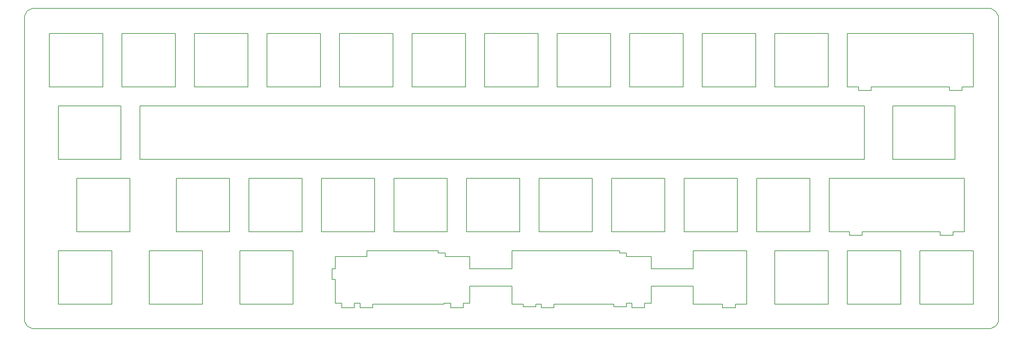
<source format=gbr>
G04 #@! TF.GenerationSoftware,KiCad,Pcbnew,(5.0.2)-1*
G04 #@! TF.CreationDate,2019-05-14T23:01:39-04:00*
G04 #@! TF.ProjectId,switch_plate,73776974-6368-45f7-906c-6174652e6b69,rev?*
G04 #@! TF.SameCoordinates,Original*
G04 #@! TF.FileFunction,Profile,NP*
%FSLAX46Y46*%
G04 Gerber Fmt 4.6, Leading zero omitted, Abs format (unit mm)*
G04 Created by KiCad (PCBNEW (5.0.2)-1) date 5/14/2019 11:01:39 PM*
%MOMM*%
%LPD*%
G01*
G04 APERTURE LIST*
%ADD10C,0.200000*%
%ADD11C,0.150000*%
G04 APERTURE END LIST*
D10*
X175133000Y-80822800D02*
X175133000Y-81762600D01*
X173329600Y-80822800D02*
X175133000Y-80822800D01*
X175133000Y-95034100D02*
X175133000Y-94068900D01*
X171831000Y-95034100D02*
X175133000Y-95034100D01*
X171831000Y-94310200D02*
X171831000Y-95034100D01*
X151333200Y-94297500D02*
X152768300Y-94297500D01*
X151333200Y-95034100D02*
X151333200Y-94297500D01*
X148031200Y-95034100D02*
X151333200Y-95034100D01*
X148031200Y-94297500D02*
X148031200Y-95034100D01*
X127215900Y-94068900D02*
X127215900Y-94297500D01*
X127508000Y-80822800D02*
X127508000Y-81762600D01*
X125704600Y-80822800D02*
X127508000Y-80822800D01*
X118833900Y-37147500D02*
X118833900Y-23139400D01*
X132842000Y-37147500D02*
X118833900Y-37147500D01*
X49784000Y-80289400D02*
X63792100Y-80289400D01*
X73583800Y-80289400D02*
X87604600Y-80289400D01*
X25971500Y-80289400D02*
X39979600Y-80289400D01*
X192659000Y-94297500D02*
X200380600Y-94297500D01*
X145034000Y-84988400D02*
X133972300Y-84988400D01*
X181597300Y-81762600D02*
X175133000Y-81762600D01*
X133972300Y-84988400D02*
X133972300Y-81762600D01*
X192659000Y-84988400D02*
X181597300Y-84988400D01*
X156083000Y-94297500D02*
X159042100Y-94297500D01*
X159042100Y-94297500D02*
X171831000Y-94297500D01*
X133972300Y-89598500D02*
X145034000Y-89598500D01*
X25971500Y-94297500D02*
X25971500Y-80289400D01*
X39979600Y-80289400D02*
X39979600Y-94297500D01*
X181597300Y-89598500D02*
X192659000Y-89598500D01*
X145034000Y-80289400D02*
X145034000Y-84988400D01*
X125704600Y-80822800D02*
X125704600Y-80289400D01*
X181597300Y-94068900D02*
X181597300Y-89598500D01*
X125704600Y-80289400D02*
X106959400Y-80289400D01*
X181597300Y-84988400D02*
X181597300Y-81762600D01*
X97828100Y-84988400D02*
X97828100Y-87807800D01*
X133972300Y-94068900D02*
X133972300Y-89598500D01*
X108458000Y-94297500D02*
X127215900Y-94297500D01*
X132257800Y-94068900D02*
X133972300Y-94068900D01*
X127215900Y-94068900D02*
X128943100Y-94068900D01*
X98653600Y-81762600D02*
X98653600Y-84988400D01*
X106959400Y-81762600D02*
X98653600Y-81762600D01*
X145034000Y-89598500D02*
X145034000Y-94297500D01*
X97828100Y-87807800D02*
X98653600Y-87807800D01*
X103695500Y-94068900D02*
X105143300Y-94068900D01*
X114071400Y-61239400D02*
X128079500Y-61239400D01*
X109029500Y-61239400D02*
X109029500Y-75260200D01*
X257530600Y-76225400D02*
X260845300Y-76225400D01*
X185229500Y-75247500D02*
X171221400Y-75247500D01*
X247142000Y-80289400D02*
X247142000Y-94297500D01*
X106959400Y-80289400D02*
X106959400Y-81762600D01*
X166179500Y-75247500D02*
X152171400Y-75247500D01*
X30734000Y-61239400D02*
X44742100Y-61239400D01*
X98653600Y-84988400D02*
X97828100Y-84988400D01*
X237045500Y-75247500D02*
X257530600Y-75247500D01*
X228371400Y-61239400D02*
X228371400Y-75247500D01*
X95021400Y-75247500D02*
X95021400Y-61239400D01*
X56921400Y-75247500D02*
X56921400Y-61239400D01*
X98653600Y-87807800D02*
X98653600Y-94068900D01*
X257530600Y-75247500D02*
X257530600Y-76225400D01*
X147129500Y-61239400D02*
X147129500Y-75247500D01*
X114071400Y-75247500D02*
X114071400Y-61239400D01*
X147129500Y-75247500D02*
X133121400Y-75247500D01*
X98653600Y-94068900D02*
X100380800Y-94068900D01*
X145034000Y-94297500D02*
X148031200Y-94297500D01*
X95021400Y-61239400D02*
X109029500Y-61239400D01*
X223329500Y-61239400D02*
X223329500Y-75247500D01*
X233730800Y-76225400D02*
X237045500Y-76225400D01*
X75971400Y-61239400D02*
X89979500Y-61239400D01*
X263817100Y-75247500D02*
X263817100Y-61239400D01*
X89979500Y-61239400D02*
X89979500Y-75247500D01*
X128079500Y-61239400D02*
X128079500Y-75247500D01*
X233730800Y-75247500D02*
X233730800Y-76225400D01*
X133121400Y-61239400D02*
X147129500Y-61239400D01*
X44742100Y-61239400D02*
X44742100Y-75247500D01*
X128079500Y-75247500D02*
X114071400Y-75247500D01*
X42354500Y-56197500D02*
X25971500Y-56197500D01*
X70929500Y-61239400D02*
X70929500Y-75247500D01*
X252183900Y-80289400D02*
X266192000Y-80289400D01*
X75971400Y-75247500D02*
X75971400Y-61239400D01*
X214083900Y-94297500D02*
X214083900Y-80289400D01*
X260845300Y-75247500D02*
X263817100Y-75247500D01*
X237045500Y-76225400D02*
X237045500Y-75247500D01*
X247142000Y-94297500D02*
X233133900Y-94297500D01*
X228371400Y-75247500D02*
X233730800Y-75247500D01*
X42354500Y-42189400D02*
X42354500Y-56197500D01*
X233133900Y-80289400D02*
X247142000Y-80289400D01*
X133121400Y-75247500D02*
X133121400Y-61239400D01*
X89979500Y-75247500D02*
X75971400Y-75247500D01*
X152171400Y-75247500D02*
X152171400Y-61239400D01*
X152171400Y-61239400D02*
X166179500Y-61239400D01*
X223329500Y-75247500D02*
X209321400Y-75247500D01*
X190271400Y-75247500D02*
X190271400Y-61239400D01*
X171221400Y-75247500D02*
X171221400Y-61239400D01*
X171221400Y-61239400D02*
X185229500Y-61239400D01*
X204279500Y-75247500D02*
X190271400Y-75247500D01*
X252183900Y-94297500D02*
X252183900Y-80289400D01*
X56921400Y-61239400D02*
X70929500Y-61239400D01*
X233133900Y-94297500D02*
X233133900Y-80289400D01*
X30721300Y-75247500D02*
X30734000Y-61239400D01*
X204279500Y-61239400D02*
X204279500Y-75247500D01*
X209321400Y-61239400D02*
X223329500Y-61239400D01*
X263817100Y-61239400D02*
X228371400Y-61239400D01*
X109029500Y-75260200D02*
X95021400Y-75247500D01*
X185229500Y-61239400D02*
X185229500Y-75247500D01*
X209321400Y-75247500D02*
X209308700Y-61239400D01*
X44742100Y-75247500D02*
X30721300Y-75247500D01*
X266192000Y-80289400D02*
X266192000Y-94297500D01*
X266192000Y-94297500D02*
X252183900Y-94297500D01*
X260845300Y-76225400D02*
X260845300Y-75247500D01*
X25971500Y-42189400D02*
X42354500Y-42189400D01*
X70929500Y-75247500D02*
X56921400Y-75247500D01*
X166179500Y-61239400D02*
X166179500Y-75247500D01*
X190271400Y-61239400D02*
X204279500Y-61239400D01*
X179882800Y-94068900D02*
X181597300Y-94068900D01*
X175133000Y-94068900D02*
X176568100Y-94068900D01*
X63792100Y-80289400D02*
X63792100Y-94297500D01*
X49784000Y-94297500D02*
X49784000Y-80289400D01*
X228092000Y-80289400D02*
X228092000Y-94297500D01*
X214083900Y-80289400D02*
X228092000Y-80289400D01*
X228092000Y-94297500D02*
X214083900Y-94297500D01*
X87604600Y-94297500D02*
X73583800Y-94297500D01*
X39979600Y-94297500D02*
X25971500Y-94297500D01*
X73583800Y-94297500D02*
X73583800Y-80289400D01*
X173329600Y-80289400D02*
X159131000Y-80289400D01*
X159131000Y-80289400D02*
X145034000Y-80289400D01*
X87604600Y-80289400D02*
X87604600Y-94297500D01*
X133972300Y-81762600D02*
X127508000Y-81762600D01*
X192659000Y-80289400D02*
X192659000Y-84988400D01*
X173329600Y-80822800D02*
X173329600Y-80289400D01*
X63792100Y-94297500D02*
X49784000Y-94297500D01*
X192659000Y-89598500D02*
X192659000Y-94297500D01*
X137883900Y-37147500D02*
X137883900Y-23139400D01*
X261429500Y-56197500D02*
X245046500Y-56197500D01*
X261429500Y-42189400D02*
X261429500Y-56197500D01*
X61683900Y-23139400D02*
X75692000Y-23139400D01*
X245046500Y-56197500D02*
X245046500Y-42189400D01*
X47396400Y-56197500D02*
X47396400Y-42189400D01*
X47396400Y-42189400D02*
X212521800Y-42189400D01*
X237617000Y-42189400D02*
X237617000Y-56197500D01*
X237617000Y-56197500D02*
X214236300Y-56197500D01*
X203695300Y-94297500D02*
X206667100Y-94297500D01*
X175983900Y-37147500D02*
X175983900Y-23139400D01*
X212521800Y-42189400D02*
X237617000Y-42189400D01*
X259918200Y-37147500D02*
X259918200Y-38112700D01*
X214236300Y-56197500D02*
X47396400Y-56197500D01*
X25971500Y-56197500D02*
X25971500Y-42189400D01*
X206667100Y-94297500D02*
X206667100Y-80289400D01*
X137883900Y-23139400D02*
X151892000Y-23139400D01*
X206667100Y-80289400D02*
X192659000Y-80289400D01*
X245046500Y-42189400D02*
X261429500Y-42189400D01*
X113792000Y-37147500D02*
X99783900Y-37147500D01*
X42633900Y-23139400D02*
X56642000Y-23139400D01*
X132842000Y-23139400D02*
X132842000Y-37147500D01*
X80733900Y-37147500D02*
X80733900Y-23139400D01*
X56642000Y-37147500D02*
X42633900Y-37147500D01*
X209042000Y-23139400D02*
X209042000Y-37147500D01*
X151892000Y-37147500D02*
X137883900Y-37147500D01*
X170942000Y-23139400D02*
X170942000Y-37147500D01*
X151892000Y-23139400D02*
X151892000Y-37147500D01*
X239420400Y-38112700D02*
X239420400Y-37147500D01*
X80733900Y-23139400D02*
X94742000Y-23139400D01*
X75692000Y-37147500D02*
X61683900Y-37147500D01*
X170942000Y-37147500D02*
X156933900Y-37147500D01*
X42633900Y-37147500D02*
X42633900Y-23139400D01*
X236118400Y-38112700D02*
X239420400Y-38112700D01*
X23596600Y-37134800D02*
X23596600Y-23139400D01*
X156933900Y-37147500D02*
X156933900Y-23139400D01*
X266192000Y-37147500D02*
X266192000Y-23139400D01*
X61683900Y-37147500D02*
X61683900Y-23139400D01*
X94742000Y-23139400D02*
X94742000Y-37147500D01*
X189992000Y-23139400D02*
X189992000Y-37147500D01*
X156933900Y-23139400D02*
X170942000Y-23139400D01*
X37592000Y-23139400D02*
X37592000Y-37147500D01*
X195033900Y-23139400D02*
X209042000Y-23139400D01*
X266192000Y-23139400D02*
X233133900Y-23139400D01*
X233133900Y-37147500D02*
X236118400Y-37147500D01*
X99783900Y-37147500D02*
X99783900Y-23139400D01*
X37592000Y-37147500D02*
X23596600Y-37134800D01*
X23596600Y-23139400D02*
X37592000Y-23139400D01*
X259918200Y-38112700D02*
X263220200Y-38112700D01*
X233121200Y-23139400D02*
X233133900Y-37147500D01*
X236118400Y-37147500D02*
X236118400Y-38112700D01*
X118833900Y-23139400D02*
X132842000Y-23139400D01*
X239420400Y-37147500D02*
X259918200Y-37147500D01*
X263220200Y-37147500D02*
X266192000Y-37147500D01*
X214083900Y-23139400D02*
X228092000Y-23139400D01*
X228092000Y-23139400D02*
X228092000Y-37147500D01*
X209042000Y-37147500D02*
X195033900Y-37147500D01*
X175983900Y-23139400D02*
X189992000Y-23139400D01*
X75692000Y-23139400D02*
X75692000Y-37147500D01*
X189992000Y-37147500D02*
X175983900Y-37147500D01*
X94742000Y-37147500D02*
X80733900Y-37147500D01*
X228092000Y-37147500D02*
X214083900Y-37147500D01*
X99783900Y-23139400D02*
X113792000Y-23139400D01*
X214083900Y-37147500D02*
X214083900Y-23139400D01*
X56642000Y-23139400D02*
X56642000Y-37147500D01*
X113792000Y-23139400D02*
X113792000Y-37147500D01*
X263220200Y-38112700D02*
X263220200Y-37147500D01*
X195033900Y-37147500D02*
X195033900Y-23139400D01*
X128943100Y-94068900D02*
X128943100Y-95275400D01*
X128943100Y-95275400D02*
X132257800Y-95275400D01*
X105143300Y-94068900D02*
X105143300Y-95275400D01*
X132257800Y-95275400D02*
X132257800Y-94068900D01*
X100380800Y-95275400D02*
X103695500Y-95275400D01*
X105143300Y-95275400D02*
X108458000Y-95275400D01*
X103695500Y-95275400D02*
X103695500Y-94068900D01*
X100380800Y-94068900D02*
X100380800Y-95275400D01*
X108458000Y-95275400D02*
X108458000Y-94297500D01*
X156083000Y-95275400D02*
X156083000Y-94297500D01*
X203695300Y-95275400D02*
X203695300Y-94297500D01*
X152768300Y-95275400D02*
X156083000Y-95275400D01*
X152768300Y-94297500D02*
X152768300Y-95275400D01*
X176568100Y-95275400D02*
X179882800Y-95275400D01*
X200380600Y-94297500D02*
X200380600Y-95275400D01*
X200380600Y-95275400D02*
X203695300Y-95275400D01*
X179882800Y-95275400D02*
X179882800Y-94068900D01*
X176568100Y-94068900D02*
X176568100Y-95275400D01*
D11*
X17716500Y-100076000D02*
X17081500Y-98806000D01*
X19050000Y-100774500D02*
X17716500Y-100076000D01*
X272224500Y-100012500D02*
X272796000Y-98856800D01*
X270764000Y-100774500D02*
X272224500Y-100012500D01*
X272097500Y-17272000D02*
X272796000Y-18542000D01*
X270764000Y-16510000D02*
X272097500Y-17272000D01*
X17716500Y-17208500D02*
X19050000Y-16510000D01*
X17081500Y-18542000D02*
X17716500Y-17208500D01*
X17081500Y-98806000D02*
X17081500Y-18542000D01*
X270764000Y-100774500D02*
X19050000Y-100774500D01*
X272796000Y-18542000D02*
X272796000Y-98856800D01*
X19050000Y-16510000D02*
X270764000Y-16510000D01*
M02*

</source>
